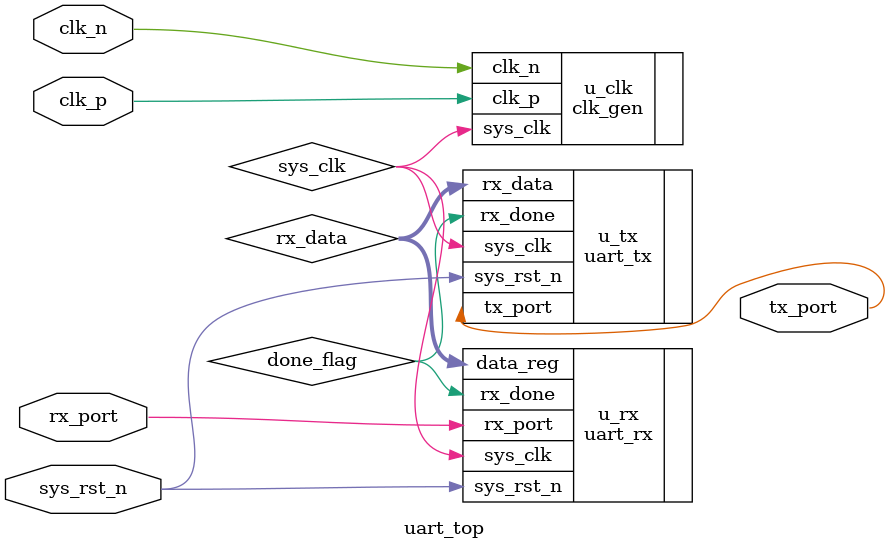
<source format=v>
module uart_top(
        input   wire    clk_n ,
        input   wire    clk_p ,
        input   wire    rx_port ,
        input   wire    sys_rst_n,
        output  wire     tx_port 
    );
    wire [7:0] rx_data ;
    wire done_flag ;

    uart_rx u_rx (
        .sys_clk (sys_clk),
        .sys_rst_n(sys_rst_n),
        .rx_port(rx_port),
        .data_reg(rx_data),
        .rx_done(done_flag)
    );
    
    clk_gen u_clk (
        .clk_p(clk_p),
        .clk_n(clk_n),
        .sys_clk(sys_clk)
    );
    
    uart_tx  u_tx(
        .sys_clk(sys_clk),
        .rx_data (rx_data),
        .rx_done(done_flag),
        .sys_rst_n(sys_rst_n),
        .tx_port(tx_port)
        
    );
    
    endmodule 
</source>
